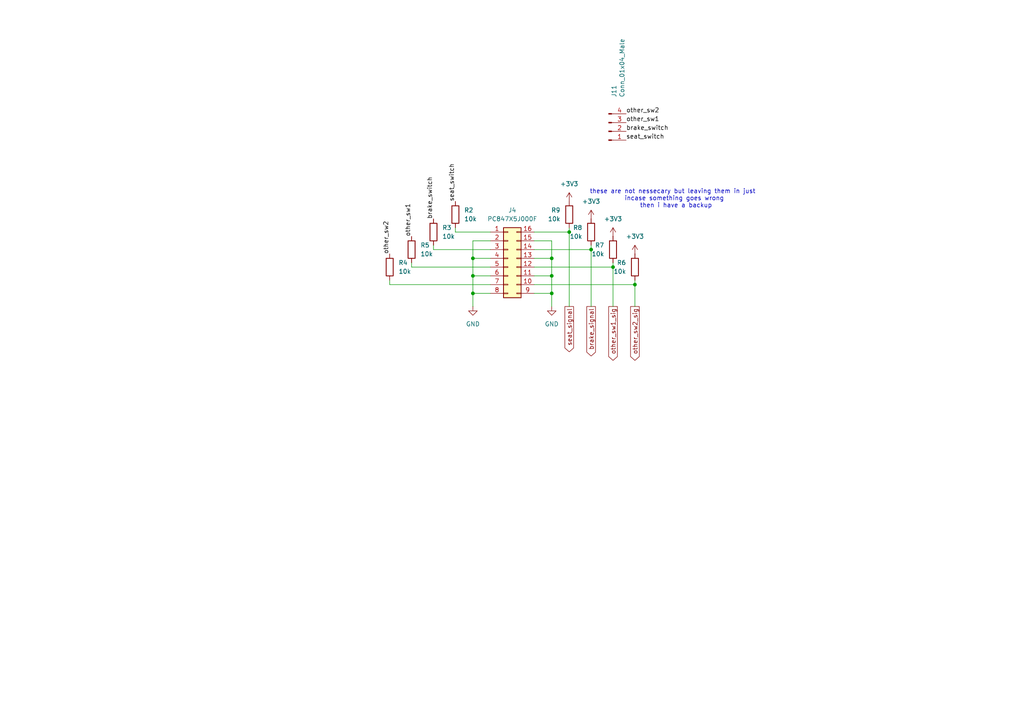
<source format=kicad_sch>
(kicad_sch (version 20231120) (generator "eeschema") (generator_version "8.0")
  (paper "A4")
  (lib_symbols
    (symbol "Connector:Conn_01x04_Pin" (pin_names (offset 1.016) hide)
      (property "Reference" "J" (at 0 5.08 0))
      (property "Value" "Conn_01x04_Pin" (at 0 -7.62 0))
      (symbol "Conn_01x04_Pin_1_1"
        (polyline (pts (xy 1.27 -5.08) (xy 0.8636 -5.08)) (stroke (width 0.1524)))
        (polyline (pts (xy 1.27 -2.54) (xy 0.8636 -2.54)) (stroke (width 0.1524)))
        (polyline (pts (xy 1.27 0) (xy 0.8636 0)) (stroke (width 0.1524)))
        (polyline (pts (xy 1.27 2.54) (xy 0.8636 2.54)) (stroke (width 0.1524)))
        (rectangle (start 0.8636 -4.953) (end 0 -5.207) (stroke (width 0.1524)) (fill (type outline)))
        (rectangle (start 0.8636 -2.413) (end 0 -2.667) (stroke (width 0.1524)) (fill (type outline)))
        (rectangle (start 0.8636 0.127) (end 0 -0.127) (stroke (width 0.1524)) (fill (type outline)))
        (rectangle (start 0.8636 2.667) (end 0 2.413) (stroke (width 0.1524)) (fill (type outline)))
        (pin passive line (at 5.08 2.54 180) (length 3.81) (name "Pin_1") (number "1"))
        (pin passive line (at 5.08 0 180) (length 3.81) (name "Pin_2") (number "2"))
        (pin passive line (at 5.08 -2.54 180) (length 3.81) (name "Pin_3") (number "3"))
        (pin passive line (at 5.08 -5.08 180) (length 3.81) (name "Pin_4") (number "4"))
      )
    )
    (symbol "Connector_Generic:Conn_02x08_Counter_Clockwise" (pin_names (offset 1.016) hide)
      (property "Reference" "J" (at 1.27 10.16 0))
      (property "Value" "Conn_02x08_Counter_Clockwise" (at 1.27 -12.7 0))
      (symbol "Conn_02x08_Counter_Clockwise_1_1"
        (rectangle (start -1.27 -10.033) (end 0 -10.287) (stroke (width 0.1524)))
        (rectangle (start -1.27 -7.493) (end 0 -7.747) (stroke (width 0.1524)))
        (rectangle (start -1.27 -4.953) (end 0 -5.207) (stroke (width 0.1524)))
        (rectangle (start -1.27 -2.413) (end 0 -2.667) (stroke (width 0.1524)))
        (rectangle (start -1.27 0.127) (end 0 -0.127) (stroke (width 0.1524)))
        (rectangle (start -1.27 2.667) (end 0 2.413) (stroke (width 0.1524)))
        (rectangle (start -1.27 5.207) (end 0 4.953) (stroke (width 0.1524)))
        (rectangle (start -1.27 7.747) (end 0 7.493) (stroke (width 0.1524)))
        (rectangle (start -1.27 8.89) (end 3.81 -11.43) (stroke (width 0.254)) (fill (type background)))
        (rectangle (start 3.81 -10.033) (end 2.54 -10.287) (stroke (width 0.1524)))
        (rectangle (start 3.81 -7.493) (end 2.54 -7.747) (stroke (width 0.1524)))
        (rectangle (start 3.81 -4.953) (end 2.54 -5.207) (stroke (width 0.1524)))
        (rectangle (start 3.81 -2.413) (end 2.54 -2.667) (stroke (width 0.1524)))
        (rectangle (start 3.81 0.127) (end 2.54 -0.127) (stroke (width 0.1524)))
        (rectangle (start 3.81 2.667) (end 2.54 2.413) (stroke (width 0.1524)))
        (rectangle (start 3.81 5.207) (end 2.54 4.953) (stroke (width 0.1524)))
        (rectangle (start 3.81 7.747) (end 2.54 7.493) (stroke (width 0.1524)))
        (pin passive line (at -5.08 7.62 0) (length 3.81) (name "Pin_1") (number "1"))
        (pin passive line (at 7.62 -7.62 180) (length 3.81) (name "Pin_10") (number "10"))
        (pin passive line (at 7.62 -5.08 180) (length 3.81) (name "Pin_11") (number "11"))
        (pin passive line (at 7.62 -2.54 180) (length 3.81) (name "Pin_12") (number "12"))
        (pin passive line (at 7.62 0 180) (length 3.81) (name "Pin_13") (number "13"))
        (pin passive line (at 7.62 2.54 180) (length 3.81) (name "Pin_14") (number "14"))
        (pin passive line (at 7.62 5.08 180) (length 3.81) (name "Pin_15") (number "15"))
        (pin passive line (at 7.62 7.62 180) (length 3.81) (name "Pin_16") (number "16"))
        (pin passive line (at -5.08 5.08 0) (length 3.81) (name "Pin_2") (number "2"))
        (pin passive line (at -5.08 2.54 0) (length 3.81) (name "Pin_3") (number "3"))
        (pin passive line (at -5.08 0 0) (length 3.81) (name "Pin_4") (number "4"))
        (pin passive line (at -5.08 -2.54 0) (length 3.81) (name "Pin_5") (number "5"))
        (pin passive line (at -5.08 -5.08 0) (length 3.81) (name "Pin_6") (number "6"))
        (pin passive line (at -5.08 -7.62 0) (length 3.81) (name "Pin_7") (number "7"))
        (pin passive line (at -5.08 -10.16 0) (length 3.81) (name "Pin_8") (number "8"))
        (pin passive line (at 7.62 -10.16 180) (length 3.81) (name "Pin_9") (number "9"))
      )
    )
    (symbol "Device:R" (pin_numbers hide) (pin_names (offset 0))
      (property "Reference" "R" (at 2.032 0 90))
      (property "Value" "R" (at 0 0 90))
      (symbol "R_0_1"
        (rectangle (start -1.016 -2.54) (end 1.016 2.54) (stroke (width 0.254)))
      )
      (symbol "R_1_1"
        (pin passive line (at 0 3.81 270) (length 1.27) (name "~") (number "1"))
        (pin passive line (at 0 -3.81 90) (length 1.27) (name "~") (number "2"))
      )
    )
    (symbol "power:+3V3" (power) (pin_numbers hide) (pin_names (offset 0) hide)
      (property "Value" "+3V3" (at 0 3.556 0))
      (symbol "+3V3_0_1"
        (polyline (pts (xy -0.762 1.27) (xy 0 2.54)))
        (polyline (pts (xy 0 0) (xy 0 2.54)))
        (polyline (pts (xy 0 2.54) (xy 0.762 1.27)))
      )
      (symbol "+3V3_1_1"
        (pin power_in line (at 0 0 90) (length 0) (name "~") (number "1"))
      )
    )
    (symbol "power:GND" (power) (pin_numbers hide) (pin_names (offset 0) hide)
      (property "Value" "GND" (at 0 -3.81 0))
      (symbol "GND_0_1"
        (polyline (pts (xy 0 0) (xy 0 -1.27) (xy 1.27 -1.27) (xy 0 -2.54) (xy -1.27 -1.27) (xy 0 -1.27)))
      )
      (symbol "GND_1_1"
        (pin power_in line (at 0 0 270) (length 0) (name "~") (number "1"))
      )
    )
  )
  (junction (at 137.16 80.01))
  (junction (at 184.15 82.55))
  (junction (at 160.02 74.93))
  (junction (at 171.45 72.39))
  (junction (at 160.02 80.01))
  (junction (at 160.02 85.09))
  (junction (at 137.16 74.93))
  (junction (at 177.8 77.47))
  (junction (at 137.16 85.09))
  (junction (at 165.1 67.31))
  (wire (pts (xy 160.02 85.09) (xy 160.02 88.9)))
  (wire (pts (xy 160.02 85.09) (xy 154.94 85.09)))
  (wire (pts (xy 154.94 69.85) (xy 160.02 69.85)))
  (wire (pts (xy 137.16 74.93) (xy 142.24 74.93)))
  (wire (pts (xy 137.16 85.09) (xy 142.24 85.09)))
  (wire (pts (xy 171.45 72.39) (xy 154.94 72.39)))
  (wire (pts (xy 142.24 69.85) (xy 137.16 69.85)))
  (wire (pts (xy 125.73 71.12) (xy 125.73 72.39)))
  (wire (pts (xy 142.24 82.55) (xy 113.03 82.55)))
  (wire (pts (xy 119.38 77.47) (xy 119.38 76.2)))
  (wire (pts (xy 184.15 82.55) (xy 184.15 88.9)))
  (wire (pts (xy 160.02 74.93) (xy 154.94 74.93)))
  (wire (pts (xy 137.16 69.85) (xy 137.16 74.93)))
  (wire (pts (xy 137.16 74.93) (xy 137.16 80.01)))
  (wire (pts (xy 125.73 72.39) (xy 142.24 72.39)))
  (wire (pts (xy 137.16 80.01) (xy 137.16 85.09)))
  (wire (pts (xy 177.8 77.47) (xy 177.8 76.2)))
  (wire (pts (xy 137.16 85.09) (xy 137.16 88.9)))
  (wire (pts (xy 142.24 77.47) (xy 119.38 77.47)))
  (wire (pts (xy 160.02 80.01) (xy 160.02 85.09)))
  (wire (pts (xy 165.1 66.04) (xy 165.1 67.31)))
  (wire (pts (xy 154.94 82.55) (xy 184.15 82.55)))
  (wire (pts (xy 184.15 82.55) (xy 184.15 81.28)))
  (wire (pts (xy 171.45 72.39) (xy 171.45 88.9)))
  (wire (pts (xy 165.1 67.31) (xy 154.94 67.31)))
  (wire (pts (xy 165.1 67.31) (xy 165.1 88.9)))
  (wire (pts (xy 132.08 66.04) (xy 132.08 67.31)))
  (wire (pts (xy 137.16 80.01) (xy 142.24 80.01)))
  (wire (pts (xy 160.02 69.85) (xy 160.02 74.93)))
  (wire (pts (xy 160.02 80.01) (xy 154.94 80.01)))
  (wire (pts (xy 177.8 77.47) (xy 177.8 88.9)))
  (wire (pts (xy 171.45 71.12) (xy 171.45 72.39)))
  (wire (pts (xy 154.94 77.47) (xy 177.8 77.47)))
  (wire (pts (xy 160.02 74.93) (xy 160.02 80.01)))
  (wire (pts (xy 132.08 67.31) (xy 142.24 67.31)))
  (wire (pts (xy 113.03 82.55) (xy 113.03 81.28)))
  (text "these are not nessecary but leaving them in just \nincase something goes wrong\n then i have a backup\n" (at 195.58 57.658 0) (effects (font (size 1.27 1.27))))
  (label "other_sw1" (at 181.61 35.56 0))
  (label "seat_switch" (at 132.08 58.42 90))
  (label "other_sw1" (at 119.38 68.58 90))
  (label "seat_switch" (at 181.61 40.64 0))
  (label "other_sw2" (at 113.03 73.66 90))
  (label "other_sw2" (at 181.61 33.02 0))
  (label "brake_switch" (at 125.73 63.5 90))
  (label "brake_switch" (at 181.61 38.1 0))
  (global_label "other_sw2_sig" (shape output) (at 184.15 88.9 270) (property "Intersheetrefs" "${INTERSHEET_REFS}" (effects (hide yes))))
  (global_label "other_sw1_sig" (shape output) (at 177.8 88.9 270) (property "Intersheetrefs" "${INTERSHEET_REFS}" (effects (hide yes))))
  (global_label "seat_signal" (shape output) (at 165.1 88.9 270) (property "Intersheetrefs" "${INTERSHEET_REFS}" (effects (hide yes))))
  (global_label "brake_signal" (shape output) (at 171.45 88.9 270) (property "Intersheetrefs" "${INTERSHEET_REFS}" (effects (hide yes))))
  (symbol (lib_id "power:GND") (at 160.02 88.9 0) (unit 1)
    (property "Reference" "#PWR014" (effects (hide yes)))
    (property "Value" "GND" (at 160.02 93.98 0))
    (property "Description" "Power symbol creates a global label with name \"GND\" , ground" (effects (hide yes)))
  )
  (symbol (lib_id "Device:R") (at 113.03 77.47 180) (unit 1)
    (property "Reference" "R4" (at 115.57 76.1999 0) (effects (justify right)))
    (property "Value" "10k" (at 115.57 78.7399 0) (effects (justify right)))
    (property "Footprint" "Resistor_THT:R_Axial_DIN0207_L6.3mm_D2.5mm_P10.16mm_Horizontal" (effects (hide yes)))
  )
  (symbol (lib_id "Device:R") (at 165.1 62.23 0) (mirror x) (unit 1)
    (property "Reference" "R9" (at 162.56 60.9599 0) (effects (justify right)))
    (property "Value" "10k" (at 162.56 63.4999 0) (effects (justify right)))
    (property "Footprint" "Resistor_THT:R_Axial_DIN0207_L6.3mm_D2.5mm_P10.16mm_Horizontal" (effects (hide yes)))
  )
  (symbol (lib_id "Device:R") (at 184.15 77.47 0) (mirror x) (unit 1)
    (property "Reference" "R6" (at 181.61 76.1999 0) (effects (justify right)))
    (property "Value" "10k" (at 181.61 78.7399 0) (effects (justify right)))
    (property "Footprint" "Resistor_THT:R_Axial_DIN0207_L6.3mm_D2.5mm_P10.16mm_Horizontal" (effects (hide yes)))
  )
  (symbol (lib_id "Device:R") (at 177.8 72.39 0) (mirror x) (unit 1)
    (property "Reference" "R7" (at 175.26 71.1199 0) (effects (justify right)))
    (property "Value" "10k" (at 175.26 73.6599 0) (effects (justify right)))
    (property "Footprint" "Resistor_THT:R_Axial_DIN0207_L6.3mm_D2.5mm_P10.16mm_Horizontal" (effects (hide yes)))
  )
  (symbol (lib_id "power:+3V3") (at 165.1 58.42 0) (unit 1)
    (property "Reference" "#PWR06" (effects (hide yes)))
    (property "Value" "+3V3" (at 165.1 53.34 0))
    (property "Description" "Power symbol creates a global label with name \"+3V3\"" (effects (hide yes)))
  )
  (symbol (lib_id "power:+3V3") (at 171.45 63.5 0) (unit 1)
    (property "Reference" "#PWR09" (effects (hide yes)))
    (property "Value" "+3V3" (at 171.45 58.42 0))
    (property "Description" "Power symbol creates a global label with name \"+3V3\"" (effects (hide yes)))
  )
  (symbol (lib_id "Device:R") (at 119.38 72.39 180) (unit 1)
    (property "Reference" "R5" (at 121.92 71.1199 0) (effects (justify right)))
    (property "Value" "10k" (at 121.92 73.6599 0) (effects (justify right)))
    (property "Footprint" "Resistor_THT:R_Axial_DIN0207_L6.3mm_D2.5mm_P10.16mm_Horizontal" (effects (hide yes)))
  )
  (symbol (lib_id "power:+3V3") (at 177.8 68.58 0) (unit 1)
    (property "Reference" "#PWR011" (effects (hide yes)))
    (property "Value" "+3V3" (at 177.8 63.5 0))
    (property "Description" "Power symbol creates a global label with name \"+3V3\"" (effects (hide yes)))
  )
  (symbol (lib_id "Connector_Generic:Conn_02x08_Counter_Clockwise") (at 147.32 74.93 0) (unit 1)
    (property "Reference" "J4" (at 148.59 60.96 0))
    (property "Value" "PC847X5J000F" (at 148.59 63.5 0))
    (property "Footprint" "Package_DIP:DIP-16_W7.62mm_LongPads" (effects (hide yes)))
    (property "Description" "Generic connector, double row, 02x08, counter clockwise pin numbering scheme (similar to DIP package numbering), script generated (kicad-library-utils/schlib/autogen/connector/)" (effects (hide yes)))
  )
  (symbol (lib_id "Device:R") (at 125.73 67.31 180) (unit 1)
    (property "Reference" "R3" (at 128.27 66.0399 0) (effects (justify right)))
    (property "Value" "10k" (at 128.27 68.5799 0) (effects (justify right)))
    (property "Footprint" "Resistor_THT:R_Axial_DIN0207_L6.3mm_D2.5mm_P10.16mm_Horizontal" (effects (hide yes)))
  )
  (symbol (lib_id "power:+3V3") (at 184.15 73.66 0) (unit 1)
    (property "Reference" "#PWR012" (effects (hide yes)))
    (property "Value" "+3V3" (at 184.15 68.58 0))
    (property "Description" "Power symbol creates a global label with name \"+3V3\"" (effects (hide yes)))
  )
  (symbol (lib_id "Device:R") (at 132.08 62.23 180) (unit 1)
    (property "Reference" "R2" (at 134.62 60.9599 0) (effects (justify right)))
    (property "Value" "10k" (at 134.62 63.4999 0) (effects (justify right)))
    (property "Footprint" "Resistor_THT:R_Axial_DIN0207_L6.3mm_D2.5mm_P10.16mm_Horizontal" (effects (hide yes)))
  )
  (symbol (lib_id "Device:R") (at 171.45 67.31 0) (mirror x) (unit 1)
    (property "Reference" "R8" (at 168.91 66.0399 0) (effects (justify right)))
    (property "Value" "10k" (at 168.91 68.5799 0) (effects (justify right)))
    (property "Footprint" "Resistor_THT:R_Axial_DIN0207_L6.3mm_D2.5mm_P10.16mm_Horizontal" (effects (hide yes)))
  )
  (symbol (lib_id "Connector:Conn_01x04_Pin") (at 176.53 38.1 0) (mirror x) (unit 1)
    (property "Reference" "J11" (at 178.1048 28.2448 90) (effects (justify right)))
    (property "Value" "Conn_01x04_Male" (at 180.4162 28.2448 90) (effects (justify right)))
    (property "Footprint" "TerminalBlock_Phoenix:TerminalBlock_Phoenix_MKDS-1,5-4-5.08_1x04_P5.08mm_Horizontal" (effects (hide yes)))
    (property "Description" "Generic connector, single row, 01x04, script generated" (effects (hide yes)))
    (instances (project "Motherboard23-24" (path "" (reference "J11") (unit 1))) (project "CANBOARD_REV2" (path "" (reference "J8") (unit 1))) (project "Motherboard_2023" (path "" (reference "J12") (unit 1))))
  )
  (symbol (lib_id "power:GND") (at 137.16 88.9 0) (unit 1)
    (property "Reference" "#PWR013" (effects (hide yes)))
    (property "Value" "GND" (at 137.16 93.98 0))
    (property "Description" "Power symbol creates a global label with name \"GND\" , ground" (effects (hide yes)))
  )
)
</source>
